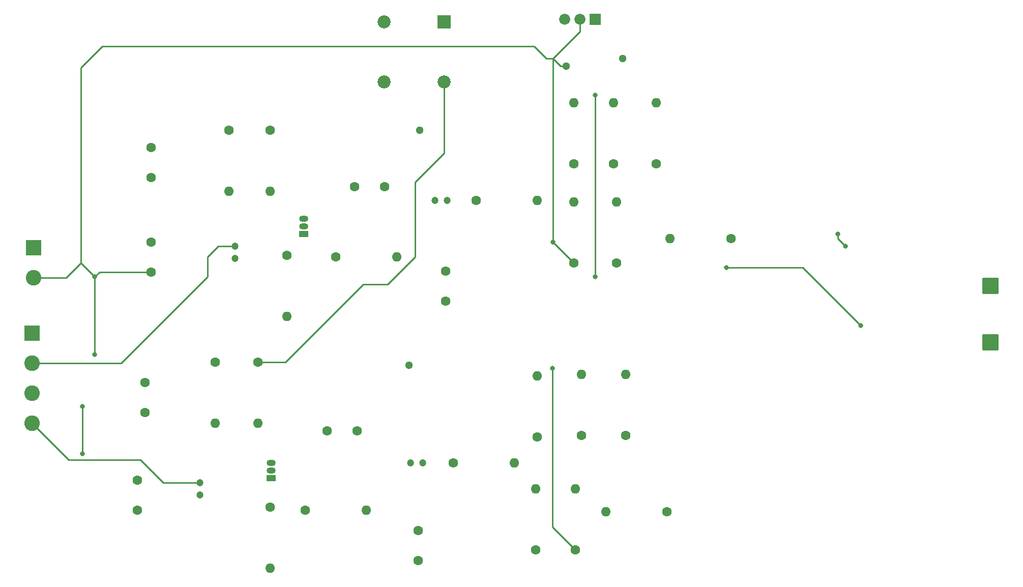
<source format=gbl>
%TF.GenerationSoftware,KiCad,Pcbnew,7.0.7*%
%TF.CreationDate,2024-02-14T20:27:21-06:00*%
%TF.ProjectId,Custom Loop Controller,43757374-6f6d-4204-9c6f-6f7020436f6e,rev?*%
%TF.SameCoordinates,Original*%
%TF.FileFunction,Copper,L2,Bot*%
%TF.FilePolarity,Positive*%
%FSLAX46Y46*%
G04 Gerber Fmt 4.6, Leading zero omitted, Abs format (unit mm)*
G04 Created by KiCad (PCBNEW 7.0.7) date 2024-02-14 20:27:21*
%MOMM*%
%LPD*%
G01*
G04 APERTURE LIST*
G04 Aperture macros list*
%AMRoundRect*
0 Rectangle with rounded corners*
0 $1 Rounding radius*
0 $2 $3 $4 $5 $6 $7 $8 $9 X,Y pos of 4 corners*
0 Add a 4 corners polygon primitive as box body*
4,1,4,$2,$3,$4,$5,$6,$7,$8,$9,$2,$3,0*
0 Add four circle primitives for the rounded corners*
1,1,$1+$1,$2,$3*
1,1,$1+$1,$4,$5*
1,1,$1+$1,$6,$7*
1,1,$1+$1,$8,$9*
0 Add four rect primitives between the rounded corners*
20,1,$1+$1,$2,$3,$4,$5,0*
20,1,$1+$1,$4,$5,$6,$7,0*
20,1,$1+$1,$6,$7,$8,$9,0*
20,1,$1+$1,$8,$9,$2,$3,0*%
G04 Aperture macros list end*
%TA.AperFunction,ComponentPad*%
%ADD10C,1.600000*%
%TD*%
%TA.AperFunction,ComponentPad*%
%ADD11O,1.600000X1.600000*%
%TD*%
%TA.AperFunction,ComponentPad*%
%ADD12C,1.200000*%
%TD*%
%TA.AperFunction,ComponentPad*%
%ADD13R,2.600000X2.600000*%
%TD*%
%TA.AperFunction,ComponentPad*%
%ADD14C,2.600000*%
%TD*%
%TA.AperFunction,ComponentPad*%
%ADD15R,1.500000X1.050000*%
%TD*%
%TA.AperFunction,ComponentPad*%
%ADD16O,1.500000X1.050000*%
%TD*%
%TA.AperFunction,ComponentPad*%
%ADD17RoundRect,0.250000X-1.125000X-1.125000X1.125000X-1.125000X1.125000X1.125000X-1.125000X1.125000X0*%
%TD*%
%TA.AperFunction,ComponentPad*%
%ADD18R,1.830000X1.830000*%
%TD*%
%TA.AperFunction,ComponentPad*%
%ADD19C,1.830000*%
%TD*%
%TA.AperFunction,ComponentPad*%
%ADD20R,2.175000X2.175000*%
%TD*%
%TA.AperFunction,ComponentPad*%
%ADD21C,2.175000*%
%TD*%
%TA.AperFunction,ViaPad*%
%ADD22C,0.800000*%
%TD*%
%TA.AperFunction,ViaPad*%
%ADD23C,1.300000*%
%TD*%
%TA.AperFunction,Conductor*%
%ADD24C,0.250000*%
%TD*%
G04 APERTURE END LIST*
D10*
%TO.P,R-Gain2,1*%
%TO.N,Net-(Q2-E)*%
X111252000Y-127000000D03*
D11*
%TO.P,R-Gain2,2*%
%TO.N,Net-(CB-E2-Pad1)*%
X121412000Y-127000000D03*
%TD*%
D10*
%TO.P,R7,1*%
%TO.N,GND*%
X163068000Y-85852000D03*
D11*
%TO.P,R7,2*%
%TO.N,Net-(U1-+INA)*%
X163068000Y-75692000D03*
%TD*%
D10*
%TO.P,CB-Out1,1*%
%TO.N,Net-(Q1-C)*%
X119460000Y-73152000D03*
%TO.P,CB-Out1,2*%
%TO.N,Net-(C5-Pad1)*%
X124460000Y-73152000D03*
%TD*%
%TO.P,RB2,1*%
%TO.N,Net-(Q2-C)*%
X96266000Y-102362000D03*
D11*
%TO.P,RB2,2*%
%TO.N,Net-(J1-Pin_1)*%
X96266000Y-112522000D03*
%TD*%
D12*
%TO.P,C5,1*%
%TO.N,Net-(C5-Pad1)*%
X132858000Y-75438000D03*
%TO.P,C5,2*%
%TO.N,Net-(C5-Pad2)*%
X134858000Y-75438000D03*
%TD*%
D10*
%TO.P,C2,1*%
%TO.N,Net-(J1-Pin_2)*%
X83312000Y-121960000D03*
%TO.P,C2,2*%
%TO.N,GND*%
X83312000Y-126960000D03*
%TD*%
D12*
%TO.P,C6,1*%
%TO.N,Net-(C6-Pad1)*%
X128794000Y-119126000D03*
%TO.P,C6,2*%
%TO.N,Net-(C6-Pad2)*%
X130794000Y-119126000D03*
%TD*%
D10*
%TO.P,RC2,1*%
%TO.N,Net-(L1-Pad6)*%
X103378000Y-102362000D03*
D11*
%TO.P,RC2,2*%
%TO.N,Net-(Q2-C)*%
X103378000Y-112522000D03*
%TD*%
D10*
%TO.P,R12,1*%
%TO.N,Net-(J3-Pin_1)*%
X182118000Y-81788000D03*
D11*
%TO.P,R12,2*%
%TO.N,Net-(U1-+INA)*%
X171958000Y-81788000D03*
%TD*%
D10*
%TO.P,CB-BC2,1*%
%TO.N,Net-(Q2-C)*%
X84582000Y-105704000D03*
%TO.P,CB-BC2,2*%
%TO.N,Net-(J1-Pin_2)*%
X84582000Y-110704000D03*
%TD*%
%TO.P,CB-BC1,1*%
%TO.N,Net-(Q1-C)*%
X85598000Y-66588000D03*
%TO.P,CB-BC1,2*%
%TO.N,Net-(J1-Pin_4)*%
X85598000Y-71588000D03*
%TD*%
%TO.P,R8,1*%
%TO.N,Net-(U1-+INB)*%
X157226000Y-114554000D03*
D11*
%TO.P,R8,2*%
%TO.N,Net-(IC1-VOUT)*%
X157226000Y-104394000D03*
%TD*%
D10*
%TO.P,CB-E2,1*%
%TO.N,Net-(CB-E2-Pad1)*%
X130048000Y-130342000D03*
%TO.P,CB-E2,2*%
%TO.N,GND*%
X130048000Y-135342000D03*
%TD*%
%TO.P,R2,1*%
%TO.N,Net-(C6-Pad2)*%
X135890000Y-119126000D03*
D11*
%TO.P,R2,2*%
%TO.N,Net-(U1--INB)*%
X146050000Y-119126000D03*
%TD*%
D13*
%TO.P,J2,1,Pin_1*%
%TO.N,Net-(IC1-VIN)*%
X66040000Y-83298000D03*
D14*
%TO.P,J2,2,Pin_2*%
%TO.N,GND*%
X66040000Y-88298000D03*
%TD*%
D10*
%TO.P,RC1,1*%
%TO.N,Net-(L1-Pad4)*%
X105410000Y-63754000D03*
D11*
%TO.P,RC1,2*%
%TO.N,Net-(Q1-C)*%
X105410000Y-73914000D03*
%TD*%
D10*
%TO.P,R1,1*%
%TO.N,Net-(C5-Pad2)*%
X139700000Y-75438000D03*
D11*
%TO.P,R1,2*%
%TO.N,Net-(U1--INA)*%
X149860000Y-75438000D03*
%TD*%
D14*
%TO.P,J1,1,Pin_1*%
%TO.N,Net-(J1-Pin_1)*%
X65786000Y-112522000D03*
%TO.P,J1,2,Pin_2*%
%TO.N,Net-(J1-Pin_2)*%
X65786000Y-107522000D03*
%TO.P,J1,3,Pin_3*%
%TO.N,Net-(J1-Pin_3)*%
X65786000Y-102522000D03*
D13*
%TO.P,J1,4,Pin_4*%
%TO.N,Net-(J1-Pin_4)*%
X65786000Y-97522000D03*
%TD*%
D10*
%TO.P,R6,1*%
%TO.N,Net-(U1--INA)*%
X155956000Y-69342000D03*
D11*
%TO.P,R6,2*%
%TO.N,Net-(IC1-VOUT)*%
X155956000Y-59182000D03*
%TD*%
D15*
%TO.P,Q1,1,E*%
%TO.N,Net-(Q1-E)*%
X110998000Y-81026000D03*
D16*
%TO.P,Q1,2,B*%
%TO.N,Net-(J1-Pin_3)*%
X110998000Y-79756000D03*
%TO.P,Q1,3,C*%
%TO.N,Net-(Q1-C)*%
X110998000Y-78486000D03*
%TD*%
D10*
%TO.P,RB1,1*%
%TO.N,Net-(Q1-C)*%
X98552000Y-63754000D03*
D11*
%TO.P,RB1,2*%
%TO.N,Net-(J1-Pin_3)*%
X98552000Y-73914000D03*
%TD*%
D10*
%TO.P,R13,1*%
%TO.N,Net-(J4-Pin_1)*%
X171450000Y-127254000D03*
D11*
%TO.P,R13,2*%
%TO.N,Net-(U1-+INB)*%
X161290000Y-127254000D03*
%TD*%
D10*
%TO.P,RE1,1*%
%TO.N,Net-(Q1-E)*%
X108204000Y-84582000D03*
D11*
%TO.P,RE1,2*%
%TO.N,GND*%
X108204000Y-94742000D03*
%TD*%
D10*
%TO.P,CB-E1,1*%
%TO.N,Net-(CB-E1-Pad1)*%
X134620000Y-87202000D03*
%TO.P,CB-E1,2*%
%TO.N,GND*%
X134620000Y-92202000D03*
%TD*%
%TO.P,R11,1*%
%TO.N,Net-(J4-Pin_1)*%
X164592000Y-114554000D03*
D11*
%TO.P,R11,2*%
%TO.N,Net-(IC1-VOUT)*%
X164592000Y-104394000D03*
%TD*%
D10*
%TO.P,RE2,1*%
%TO.N,Net-(Q2-E)*%
X105410000Y-126492000D03*
D11*
%TO.P,RE2,2*%
%TO.N,GND*%
X105410000Y-136652000D03*
%TD*%
D15*
%TO.P,Q2,1,E*%
%TO.N,Net-(Q2-E)*%
X105516000Y-121666000D03*
D16*
%TO.P,Q2,2,B*%
%TO.N,Net-(J1-Pin_1)*%
X105516000Y-120396000D03*
%TO.P,Q2,3,C*%
%TO.N,Net-(Q2-C)*%
X105516000Y-119126000D03*
%TD*%
D10*
%TO.P,R10,1*%
%TO.N,Net-(U1-+INA)*%
X162560000Y-69342000D03*
D11*
%TO.P,R10,2*%
%TO.N,Net-(IC1-VOUT)*%
X162560000Y-59182000D03*
%TD*%
D17*
%TO.P,J3,1,Pin_1*%
%TO.N,Net-(J3-Pin_1)*%
X225298000Y-89662000D03*
%TD*%
D10*
%TO.P,R14,1*%
%TO.N,Net-(J3-Pin_1)*%
X169672000Y-69342000D03*
D11*
%TO.P,R14,2*%
%TO.N,Net-(IC1-VOUT)*%
X169672000Y-59182000D03*
%TD*%
D12*
%TO.P,C3,1*%
%TO.N,Net-(J1-Pin_3)*%
X99568000Y-83090000D03*
%TO.P,C3,2*%
%TO.N,GND*%
X99568000Y-85090000D03*
%TD*%
D10*
%TO.P,C1,1*%
%TO.N,Net-(J1-Pin_4)*%
X85598000Y-82336000D03*
%TO.P,C1,2*%
%TO.N,GND*%
X85598000Y-87336000D03*
%TD*%
D18*
%TO.P,IC1,1,VOUT*%
%TO.N,Net-(IC1-VOUT)*%
X159512000Y-45299000D03*
D19*
%TO.P,IC1,2,GND*%
%TO.N,GND*%
X156972000Y-45299000D03*
%TO.P,IC1,3,VIN*%
%TO.N,Net-(IC1-VIN)*%
X154432000Y-45299000D03*
%TD*%
D12*
%TO.P,C4,1*%
%TO.N,Net-(J1-Pin_1)*%
X93726000Y-122428000D03*
%TO.P,C4,2*%
%TO.N,GND*%
X93726000Y-124428000D03*
%TD*%
D10*
%TO.P,R5,1*%
%TO.N,GND*%
X149606000Y-133604000D03*
D11*
%TO.P,R5,2*%
%TO.N,Net-(U1--INB)*%
X149606000Y-123444000D03*
%TD*%
D10*
%TO.P,R4,1*%
%TO.N,Net-(U1--INB)*%
X149860000Y-114808000D03*
D11*
%TO.P,R4,2*%
%TO.N,Net-(IC1-VOUT)*%
X149860000Y-104648000D03*
%TD*%
D10*
%TO.P,R3,1*%
%TO.N,GND*%
X155956000Y-85852000D03*
D11*
%TO.P,R3,2*%
%TO.N,Net-(U1--INA)*%
X155956000Y-75692000D03*
%TD*%
D10*
%TO.P,R-Gain1,1*%
%TO.N,Net-(Q1-E)*%
X116332000Y-84836000D03*
D11*
%TO.P,R-Gain1,2*%
%TO.N,Net-(CB-E1-Pad1)*%
X126492000Y-84836000D03*
%TD*%
D17*
%TO.P,J4,1,Pin_1*%
%TO.N,Net-(J4-Pin_1)*%
X225298000Y-99060000D03*
%TD*%
D20*
%TO.P,L1,1,1*%
%TO.N,Net-(IC1-VIN)*%
X134366000Y-45720000D03*
D21*
%TO.P,L1,3,3*%
X124366000Y-45720000D03*
%TO.P,L1,4,4*%
%TO.N,Net-(L1-Pad4)*%
X124366000Y-55720000D03*
%TO.P,L1,6,6*%
%TO.N,Net-(L1-Pad6)*%
X134366000Y-55720000D03*
%TD*%
D10*
%TO.P,CB-Out2,1*%
%TO.N,Net-(Q2-C)*%
X114888000Y-113792000D03*
%TO.P,CB-Out2,2*%
%TO.N,Net-(C6-Pad1)*%
X119888000Y-113792000D03*
%TD*%
%TO.P,R9,1*%
%TO.N,GND*%
X156210000Y-133604000D03*
D11*
%TO.P,R9,2*%
%TO.N,Net-(U1-+INB)*%
X156210000Y-123444000D03*
%TD*%
D22*
%TO.N,GND*%
X203708000Y-96266000D03*
X76200000Y-101092000D03*
X76200000Y-88138000D03*
X152400000Y-103378000D03*
X152487000Y-82383000D03*
X74168000Y-109728000D03*
X74168000Y-117602000D03*
D23*
X154686000Y-53086000D03*
D22*
X181356000Y-86614000D03*
D23*
%TO.N,Net-(C6-Pad1)*%
X128524000Y-102870000D03*
D22*
%TO.N,Net-(IC1-VOUT)*%
X201168000Y-83058000D03*
X159512000Y-57912000D03*
X199898000Y-81026000D03*
X159512000Y-88138000D03*
D23*
X164084000Y-51816000D03*
%TO.N,Net-(C5-Pad1)*%
X130302000Y-63754000D03*
%TD*%
D24*
%TO.N,GND*%
X73914000Y-85852000D02*
X71468000Y-88298000D01*
X152487000Y-82383000D02*
X155956000Y-85852000D01*
X149352000Y-49784000D02*
X77470000Y-49784000D01*
X77002000Y-87336000D02*
X85598000Y-87336000D01*
X151384000Y-51816000D02*
X149352000Y-49784000D01*
X76200000Y-88138000D02*
X76200000Y-101092000D01*
X152400000Y-129794000D02*
X156210000Y-133604000D01*
X73914000Y-85852000D02*
X76200000Y-88138000D01*
X153757000Y-53086000D02*
X154686000Y-53086000D01*
X152487000Y-51816000D02*
X153757000Y-53086000D01*
X156972000Y-45299000D02*
X156972000Y-47331000D01*
X181356000Y-86614000D02*
X194056000Y-86614000D01*
X76200000Y-88138000D02*
X77002000Y-87336000D01*
X156972000Y-47331000D02*
X152487000Y-51816000D01*
X73914000Y-53340000D02*
X73914000Y-85852000D01*
X74168000Y-109728000D02*
X74168000Y-117602000D01*
X152400000Y-103378000D02*
X152400000Y-129794000D01*
X77470000Y-49784000D02*
X73914000Y-53340000D01*
X152487000Y-51816000D02*
X152487000Y-82383000D01*
X152487000Y-51816000D02*
X151384000Y-51816000D01*
X71468000Y-88298000D02*
X66040000Y-88298000D01*
X194056000Y-86614000D02*
X203708000Y-96266000D01*
%TO.N,Net-(IC1-VOUT)*%
X199898000Y-81026000D02*
X199898000Y-81788000D01*
X157734000Y-104394000D02*
X157226000Y-104394000D01*
X199898000Y-81788000D02*
X201168000Y-83058000D01*
X159512000Y-57912000D02*
X159512000Y-86868000D01*
X159512000Y-86868000D02*
X159512000Y-88138000D01*
%TO.N,Net-(L1-Pad6)*%
X134366000Y-55720000D02*
X134366000Y-67564000D01*
X120904000Y-89408000D02*
X107950000Y-102362000D01*
X124968000Y-89408000D02*
X120904000Y-89408000D01*
X107950000Y-102362000D02*
X103378000Y-102362000D01*
X129540000Y-84836000D02*
X124968000Y-89408000D01*
X134366000Y-67564000D02*
X129540000Y-72390000D01*
X129540000Y-72390000D02*
X129540000Y-84836000D01*
%TO.N,Net-(J1-Pin_3)*%
X94996000Y-84836000D02*
X94996000Y-88138000D01*
X96742000Y-83090000D02*
X94996000Y-84836000D01*
X94996000Y-88138000D02*
X80612000Y-102522000D01*
X80612000Y-102522000D02*
X65786000Y-102522000D01*
X99568000Y-83090000D02*
X96742000Y-83090000D01*
%TO.N,Net-(J1-Pin_1)*%
X65786000Y-112522000D02*
X71882000Y-118618000D01*
X87630000Y-122428000D02*
X83820000Y-118618000D01*
X93726000Y-122428000D02*
X87630000Y-122428000D01*
X71882000Y-118618000D02*
X83820000Y-118618000D01*
%TD*%
M02*

</source>
